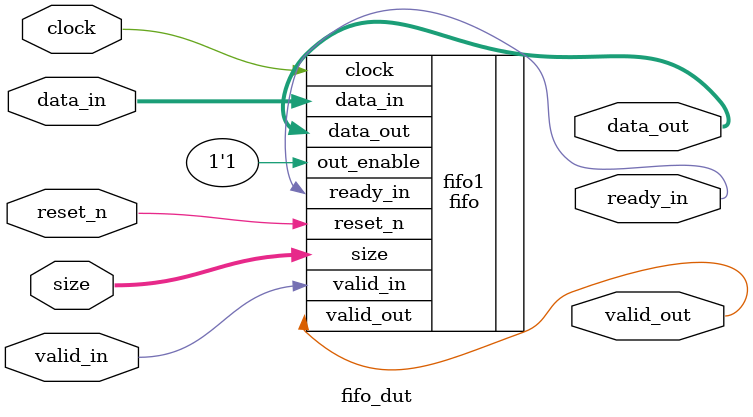
<source format=v>
`timescale 1ns / 1ps


// Author:
// Date: 2019/10/26
// Version: v1.0
// Module Name: fifo-dut
// Project Name: SystemVerilog Lab1

//*******************************************************************


module fifo_dut(clock,
                reset_n,
                valid_in,
                size,
                data_in,
                valid_out,
                ready_in,
                data_out);

    input           clock;
    input           reset_n;
    input           valid_in; //reset_n valid
    input [1:0]     size;
    input [63:0]    data_in;
    output          valid_out,ready_in;   
    output[31:0]    data_out;

//**************Please add your code below ****************************

// Instance FIFO module
fifo #(.FIFO_SIZE(256)) 
     fifo1(.clock(clock),
           .reset_n(reset_n),
           .valid_in(valid_in),
           .out_enable(1'b1),
           .size(size),
           .data_in(data_in),
           .valid_out(valid_out),
           .ready_in(ready_in),
           .data_out(data_out));

endmodule
</source>
